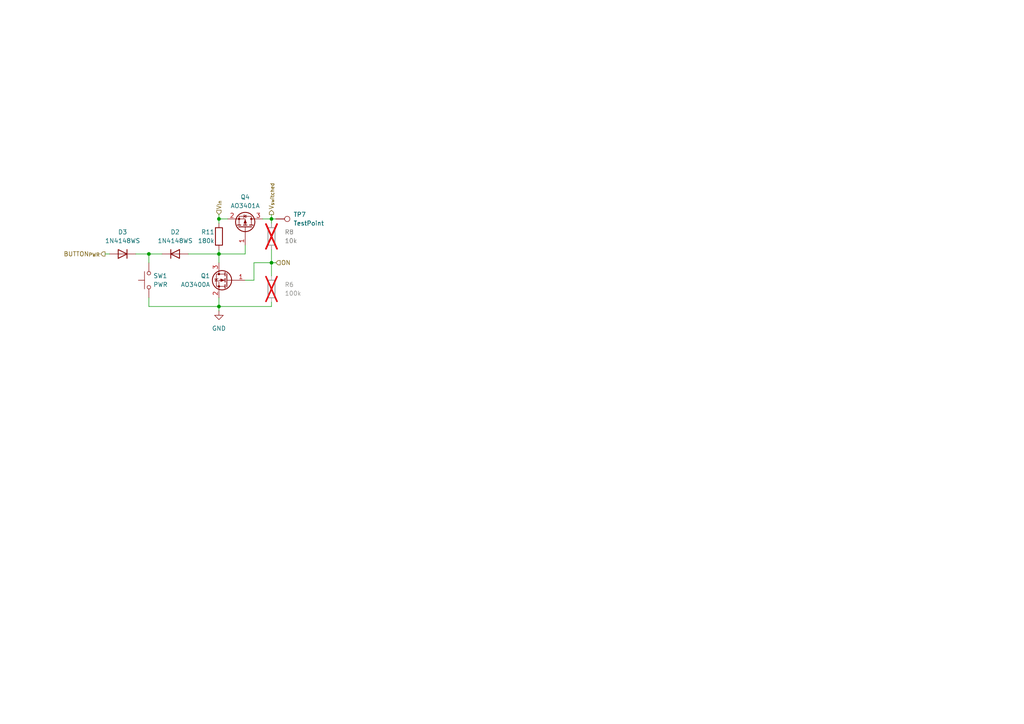
<source format=kicad_sch>
(kicad_sch (version 20240101) (generator "eeschema") (generator_version "8.99")
  (paper "A4")
  (lib_symbols
    (symbol "Connector:TestPoint" (pin_numbers hide) (pin_names (offset 0.762) hide)
      (property "Reference" "TP" (at 0 6.858 0))
      (property "Value" "TestPoint" (at 0 5.08 0))
      (symbol "TestPoint_0_1"
        (circle (center 0 3.302) (radius 0.762))
      )
      (symbol "TestPoint_1_1"
        (pin passive line (at 0 0 90) (length 2.54) (name "1") (number "1"))
      )
    )
    (symbol "Device:R" (pin_numbers hide) (pin_names (offset 0))
      (property "Reference" "R" (at 2.032 0 90))
      (property "Value" "R" (at 0 0 90))
      (symbol "R_0_1"
        (rectangle (start -1.016 -2.54) (end 1.016 2.54) (stroke (width 0.254)))
      )
      (symbol "R_1_1"
        (pin passive line (at 0 3.81 270) (length 1.27) (name "~") (number "1"))
        (pin passive line (at 0 -3.81 90) (length 1.27) (name "~") (number "2"))
      )
    )
    (symbol "Diode:1N4148WS" (pin_numbers hide) (pin_names hide)
      (property "Reference" "D" (at 0 2.54 0))
      (property "Value" "1N4148WS" (at 0 -2.54 0))
      (symbol "1N4148WS_0_1"
        (polyline (pts (xy -1.27 1.27) (xy -1.27 -1.27)) (stroke (width 0.254)))
        (polyline (pts (xy 1.27 0) (xy -1.27 0)))
        (polyline (pts (xy 1.27 1.27) (xy 1.27 -1.27) (xy -1.27 0) (xy 1.27 1.27)) (stroke (width 0.254)))
      )
      (symbol "1N4148WS_1_1"
        (pin passive line (at -3.81 0 0) (length 2.54) (name "K") (number "1"))
        (pin passive line (at 3.81 0 180) (length 2.54) (name "A") (number "2"))
      )
    )
    (symbol "Switch:SW_Push" (pin_numbers hide) (pin_names (offset 1.016) hide)
      (property "Reference" "SW" (at 1.27 2.54 0))
      (property "Value" "SW_Push" (at 0 -1.524 0))
      (symbol "SW_Push_0_1"
        (circle (center -2.032 0) (radius 0.508))
        (polyline (pts (xy 0 1.27) (xy 0 3.048)))
        (polyline (pts (xy 2.54 1.27) (xy -2.54 1.27)))
        (circle (center 2.032 0) (radius 0.508))
        (pin passive line (at -5.08 0 0) (length 2.54) (name "1") (number "1"))
        (pin passive line (at 5.08 0 180) (length 2.54) (name "2") (number "2"))
      )
    )
    (symbol "Transistor_FET:AO3400A" (pin_names hide)
      (property "Reference" "Q" (at 5.08 1.905 0))
      (property "Value" "AO3400A" (at 5.08 0 0))
      (symbol "AO3400A_0_1"
        (polyline (pts (xy 0.254 0) (xy -2.54 0)))
        (polyline (pts (xy 0.254 1.905) (xy 0.254 -1.905)) (stroke (width 0.254)))
        (polyline (pts (xy 0.762 -1.27) (xy 0.762 -2.286)) (stroke (width 0.254)))
        (polyline (pts (xy 0.762 0.508) (xy 0.762 -0.508)) (stroke (width 0.254)))
        (polyline (pts (xy 0.762 2.286) (xy 0.762 1.27)) (stroke (width 0.254)))
        (polyline (pts (xy 2.54 2.54) (xy 2.54 1.778)))
        (polyline (pts (xy 2.54 -2.54) (xy 2.54 0) (xy 0.762 0)))
        (polyline (pts (xy 0.762 -1.778) (xy 3.302 -1.778) (xy 3.302 1.778) (xy 0.762 1.778)))
        (polyline (pts (xy 1.016 0) (xy 2.032 0.381) (xy 2.032 -0.381) (xy 1.016 0)) (fill (type outline)))
        (polyline (pts (xy 2.794 0.508) (xy 2.921 0.381) (xy 3.683 0.381) (xy 3.81 0.254)))
        (polyline (pts (xy 3.302 0.381) (xy 2.921 -0.254) (xy 3.683 -0.254) (xy 3.302 0.381)))
        (circle (center 1.651 0) (radius 2.794) (stroke (width 0.254)))
        (circle (center 2.54 -1.778) (radius 0.254) (fill (type outline)))
        (circle (center 2.54 1.778) (radius 0.254) (fill (type outline)))
      )
      (symbol "AO3400A_1_1"
        (pin input line (at -5.08 0 0) (length 2.54) (name "G") (number "1"))
        (pin passive line (at 2.54 -5.08 90) (length 2.54) (name "S") (number "2"))
        (pin passive line (at 2.54 5.08 270) (length 2.54) (name "D") (number "3"))
      )
    )
    (symbol "Transistor_FET:AO3401A" (pin_names hide)
      (property "Reference" "Q" (at 5.08 1.905 0))
      (property "Value" "AO3401A" (at 5.08 0 0))
      (symbol "AO3401A_0_1"
        (polyline (pts (xy 0.254 0) (xy -2.54 0)))
        (polyline (pts (xy 0.254 1.905) (xy 0.254 -1.905)) (stroke (width 0.254)))
        (polyline (pts (xy 0.762 -1.27) (xy 0.762 -2.286)) (stroke (width 0.254)))
        (polyline (pts (xy 0.762 0.508) (xy 0.762 -0.508)) (stroke (width 0.254)))
        (polyline (pts (xy 0.762 2.286) (xy 0.762 1.27)) (stroke (width 0.254)))
        (polyline (pts (xy 2.54 2.54) (xy 2.54 1.778)))
        (polyline (pts (xy 2.54 -2.54) (xy 2.54 0) (xy 0.762 0)))
        (polyline (pts (xy 0.762 1.778) (xy 3.302 1.778) (xy 3.302 -1.778) (xy 0.762 -1.778)))
        (polyline (pts (xy 2.286 0) (xy 1.27 0.381) (xy 1.27 -0.381) (xy 2.286 0)) (fill (type outline)))
        (polyline (pts (xy 2.794 -0.508) (xy 2.921 -0.381) (xy 3.683 -0.381) (xy 3.81 -0.254)))
        (polyline (pts (xy 3.302 -0.381) (xy 2.921 0.254) (xy 3.683 0.254) (xy 3.302 -0.381)))
        (circle (center 1.651 0) (radius 2.794) (stroke (width 0.254)))
        (circle (center 2.54 -1.778) (radius 0.254) (fill (type outline)))
        (circle (center 2.54 1.778) (radius 0.254) (fill (type outline)))
      )
      (symbol "AO3401A_1_1"
        (pin input line (at -5.08 0 0) (length 2.54) (name "G") (number "1"))
        (pin passive line (at 2.54 -5.08 90) (length 2.54) (name "S") (number "2"))
        (pin passive line (at 2.54 5.08 270) (length 2.54) (name "D") (number "3"))
      )
    )
    (symbol "power:GND" (power) (pin_numbers hide) (pin_names (offset 0) hide)
      (property "Value" "GND" (at 0 -3.81 0))
      (symbol "GND_0_1"
        (polyline (pts (xy 0 0) (xy 0 -1.27) (xy 1.27 -1.27) (xy 0 -2.54) (xy -1.27 -1.27) (xy 0 -1.27)))
      )
      (symbol "GND_1_1"
        (pin power_in line (at 0 0 270) (length 0) (name "~") (number "1"))
      )
    )
  )
  (junction (at 63.5 73.66))
  (junction (at 78.74 63.5))
  (junction (at 43.18 73.66))
  (junction (at 63.5 88.9))
  (junction (at 78.74 76.2))
  (junction (at 63.5 63.5))
  (wire (pts (xy 43.18 76.2) (xy 43.18 73.66)))
  (wire (pts (xy 63.5 88.9) (xy 63.5 90.17)))
  (wire (pts (xy 66.04 63.5) (xy 63.5 63.5)))
  (wire (pts (xy 63.5 62.23) (xy 63.5 63.5)))
  (wire (pts (xy 63.5 73.66) (xy 63.5 76.2)))
  (wire (pts (xy 43.18 73.66) (xy 46.99 73.66)))
  (wire (pts (xy 78.74 76.2) (xy 78.74 80.01)))
  (wire (pts (xy 71.12 81.28) (xy 73.66 81.28)))
  (wire (pts (xy 63.5 86.36) (xy 63.5 88.9)))
  (wire (pts (xy 54.61 73.66) (xy 63.5 73.66)))
  (wire (pts (xy 78.74 62.23) (xy 78.74 63.5)))
  (wire (pts (xy 78.74 63.5) (xy 78.74 64.77)))
  (wire (pts (xy 63.5 72.39) (xy 63.5 73.66)))
  (wire (pts (xy 63.5 73.66) (xy 71.12 73.66)))
  (wire (pts (xy 43.18 86.36) (xy 43.18 88.9)))
  (wire (pts (xy 71.12 71.12) (xy 71.12 73.66)))
  (wire (pts (xy 63.5 88.9) (xy 78.74 88.9)))
  (wire (pts (xy 63.5 64.77) (xy 63.5 63.5)))
  (wire (pts (xy 73.66 81.28) (xy 73.66 76.2)))
  (wire (pts (xy 39.37 73.66) (xy 43.18 73.66)))
  (wire (pts (xy 78.74 72.39) (xy 78.74 76.2)))
  (wire (pts (xy 78.74 87.63) (xy 78.74 88.9)))
  (wire (pts (xy 78.74 63.5) (xy 80.01 63.5)))
  (wire (pts (xy 78.74 76.2) (xy 80.01 76.2)))
  (wire (pts (xy 76.2 63.5) (xy 78.74 63.5)))
  (wire (pts (xy 43.18 88.9) (xy 63.5 88.9)))
  (wire (pts (xy 30.48 73.66) (xy 31.75 73.66)))
  (wire (pts (xy 73.66 76.2) (xy 78.74 76.2)))
  (hierarchical_label "V_{in}" (shape input) (at 63.5 62.23 90))
  (hierarchical_label "ON" (shape input) (at 80.01 76.2 0))
  (hierarchical_label "BUTTON_{PWR}" (shape output) (at 30.48 73.66 180))
  (hierarchical_label "V_{switched}" (shape output) (at 78.74 62.23 90))
  (symbol (lib_id "Switch:SW_Push") (at 43.18 81.28 90) (unit 1)
    (property "Reference" "SW1" (at 44.45 80.0099 90) (effects (justify right)))
    (property "Value" "PWR" (at 44.45 82.5499 90) (effects (justify right)))
    (property "Footprint" "Button_Switch_SMD:SW_Push_1P1T_XKB_TS-1187A" (effects (hide yes)))
    (property "Description" "Push button switch, generic, two pins" (effects (hide yes)))
    (property "LCSC Part" "C318884" (effects (hide yes)))
  )
  (symbol (lib_id "Transistor_FET:AO3400A") (at 66.04 81.28 0) (mirror y) (unit 1)
    (property "Reference" "Q1" (at 60.96 80.0099 0) (effects (justify left)))
    (property "Value" "AO3400A" (at 60.96 82.5499 0) (effects (justify left)))
    (property "Footprint" "Package_TO_SOT_SMD:SOT-23" (effects (hide yes)))
    (property "Datasheet" "http://www.aosmd.com/pdfs/datasheet/AO3400A.pdf" (effects (hide yes)))
    (property "Description" "30V Vds, 5.7A Id, N-Channel MOSFET, SOT-23" (effects (hide yes)))
    (property "LCSC Part" "C20917" (effects (hide yes)))
  )
  (symbol (lib_id "Device:R") (at 63.5 68.58 0) (mirror y) (unit 1)
    (property "Reference" "R11" (at 62.23 67.3099 0) (effects (justify left)))
    (property "Value" "180k" (at 62.23 69.8499 0) (effects (justify left)))
    (property "Footprint" "Resistor_SMD:R_0603_1608Metric" (effects (hide yes)))
    (property "Description" "Resistor" (effects (hide yes)))
    (property "LCSC Part" "C22827" (effects (hide yes)))
    (instances (project "geheimbadge-controller" (path "" (reference "R11") (unit 1)) (path "" (reference "R16") (unit 1))))
  )
  (symbol (lib_id "Diode:1N4148WS") (at 35.56 73.66 180) (unit 1)
    (property "Reference" "D3" (at 35.56 67.31 0))
    (property "Value" "1N4148WS" (at 35.56 69.85 0))
    (property "Footprint" "Diode_SMD:D_SOD-323" (effects (hide yes)))
    (property "Datasheet" "https://www.vishay.com/docs/85751/1n4148ws.pdf" (effects (hide yes)))
    (property "Description" "75V 0.15A Fast switching Diode, SOD-323" (effects (hide yes)))
    (property "Sim.Device" "D" (effects (hide yes)))
    (property "Sim.Pins" "1=K 2=A" (effects (hide yes)))
    (property "LCSC Part" "C2128" (effects (hide yes)))
    (instances (project "geheimbadge-controller" (path "" (reference "D3") (unit 1)) (path "" (reference "D2") (unit 1))))
  )
  (symbol (lib_id "Transistor_FET:AO3401A") (at 71.12 66.04 270) (mirror x) (unit 1)
    (property "Reference" "Q4" (at 71.12 57.15 90))
    (property "Value" "AO3401A" (at 71.12 59.69 90))
    (property "Footprint" "Package_TO_SOT_SMD:SOT-23" (effects (hide yes)))
    (property "Datasheet" "http://www.aosmd.com/pdfs/datasheet/AO3401A.pdf" (effects (hide yes)))
    (property "Description" "-4.0A Id, -30V Vds, P-Channel MOSFET, SOT-23" (effects (hide yes)))
    (property "LCSC Part" "C15127" (effects (hide yes)))
    (instances (project "geheimbadge-controller" (path "" (reference "Q4") (unit 1)) (path "" (reference "Q2") (unit 1))))
  )
  (symbol (lib_id "Device:R") (at 78.74 83.82 0) (unit 1) (dnp yes)
    (property "Reference" "R6" (at 82.55 82.5499 0) (effects (justify left)))
    (property "Value" "100k" (at 82.55 85.0899 0) (effects (justify left)))
    (property "Footprint" "Resistor_SMD:R_0603_1608Metric" (effects (hide yes)))
    (property "Description" "Resistor" (effects (hide yes)))
    (instances (project "geheimbadge-controller" (path "" (reference "R6") (unit 1)) (path "" (reference "R18") (unit 1))))
  )
  (symbol (lib_id "power:GND") (at 63.5 90.17 0) (mirror y) (unit 1)
    (property "Reference" "#PWR011" (effects (hide yes)))
    (property "Value" "GND" (at 63.5 95.25 0))
    (property "Description" "Power symbol creates a global label with name \"GND\" , ground" (effects (hide yes)))
  )
  (symbol (lib_id "Diode:1N4148WS") (at 50.8 73.66 0) (unit 1)
    (property "Reference" "D2" (at 50.8 67.31 0))
    (property "Value" "1N4148WS" (at 50.8 69.85 0))
    (property "Footprint" "Diode_SMD:D_SOD-323" (effects (hide yes)))
    (property "Datasheet" "https://www.vishay.com/docs/85751/1n4148ws.pdf" (effects (hide yes)))
    (property "Description" "75V 0.15A Fast switching Diode, SOD-323" (effects (hide yes)))
    (property "Sim.Device" "D" (effects (hide yes)))
    (property "Sim.Pins" "1=K 2=A" (effects (hide yes)))
    (property "LCSC Part" "C2128" (effects (hide yes)))
    (instances (project "geheimbadge-controller" (path "" (reference "D2") (unit 1)) (path "" (reference "D3") (unit 1))))
  )
  (symbol (lib_id "Device:R") (at 78.74 68.58 180) (unit 1) (dnp yes)
    (property "Reference" "R8" (at 82.55 67.3099 0) (effects (justify right)))
    (property "Value" "10k" (at 82.55 69.8499 0) (effects (justify right)))
    (property "Footprint" "Resistor_SMD:R_0603_1608Metric" (effects (hide yes)))
    (property "Description" "Resistor" (effects (hide yes)))
    (instances (project "geheimbadge-controller" (path "" (reference "R8") (unit 1)) (path "" (reference "R17") (unit 1))))
  )
  (symbol (lib_id "Connector:TestPoint") (at 80.01 63.5 270) (unit 1)
    (property "Reference" "TP7" (at 85.09 62.2299 90) (effects (justify left)))
    (property "Value" "TestPoint" (at 85.09 64.7699 90) (effects (justify left)))
    (property "Footprint" "TestPoint:TestPoint_Pad_D1.0mm" (effects (hide yes)))
    (property "Description" "test point" (effects (hide yes)))
    (instances (project "geheimbadge-controller" (path "" (reference "TP7") (unit 1)) (path "" (reference "TP8") (unit 1))))
  )
)
</source>
